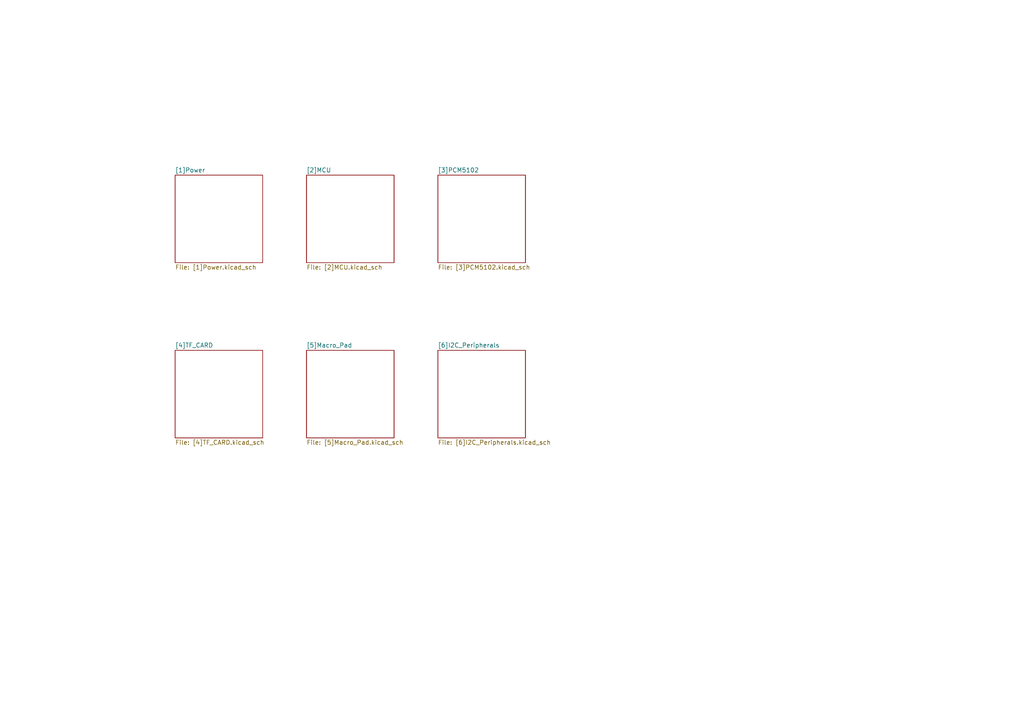
<source format=kicad_sch>
(kicad_sch
	(version 20250114)
	(generator "eeschema")
	(generator_version "9.0")
	(uuid "883c739e-d2a5-4bc8-a050-29a6043b4072")
	(paper "A4")
	(lib_symbols)
	(sheet
		(at 50.8 50.8)
		(size 25.4 25.4)
		(exclude_from_sim no)
		(in_bom yes)
		(on_board yes)
		(dnp no)
		(fields_autoplaced yes)
		(stroke
			(width 0.1524)
			(type solid)
		)
		(fill
			(color 0 0 0 0.0000)
		)
		(uuid "1577bc80-f712-4867-9ef7-56f611800069")
		(property "Sheetname" "[1]Power"
			(at 50.8 50.0884 0)
			(effects
				(font
					(size 1.27 1.27)
				)
				(justify left bottom)
			)
		)
		(property "Sheetfile" "[1]Power.kicad_sch"
			(at 50.8 76.7846 0)
			(effects
				(font
					(size 1.27 1.27)
				)
				(justify left top)
			)
		)
		(instances
			(project "rpi_pico_media_board"
				(path "/883c739e-d2a5-4bc8-a050-29a6043b4072"
					(page "2")
				)
			)
		)
	)
	(sheet
		(at 127 50.8)
		(size 25.4 25.4)
		(exclude_from_sim no)
		(in_bom yes)
		(on_board yes)
		(dnp no)
		(fields_autoplaced yes)
		(stroke
			(width 0.1524)
			(type solid)
		)
		(fill
			(color 0 0 0 0.0000)
		)
		(uuid "373bacf3-831c-41f0-9f95-7ac0a975261a")
		(property "Sheetname" "[3]PCM5102"
			(at 127 50.0884 0)
			(effects
				(font
					(size 1.27 1.27)
				)
				(justify left bottom)
			)
		)
		(property "Sheetfile" "[3]PCM5102.kicad_sch"
			(at 127 76.7846 0)
			(effects
				(font
					(size 1.27 1.27)
				)
				(justify left top)
			)
		)
		(instances
			(project "rpi_pico_media_board"
				(path "/883c739e-d2a5-4bc8-a050-29a6043b4072"
					(page "4")
				)
			)
		)
	)
	(sheet
		(at 127 101.6)
		(size 25.4 25.4)
		(exclude_from_sim no)
		(in_bom yes)
		(on_board yes)
		(dnp no)
		(fields_autoplaced yes)
		(stroke
			(width 0.1524)
			(type solid)
		)
		(fill
			(color 0 0 0 0.0000)
		)
		(uuid "475bb6c4-6e20-4219-b5f0-3b0e927f6712")
		(property "Sheetname" "[6]I2C_Peripherals"
			(at 127 100.8884 0)
			(effects
				(font
					(size 1.27 1.27)
				)
				(justify left bottom)
			)
		)
		(property "Sheetfile" "[6]I2C_Peripherals.kicad_sch"
			(at 127 127.5846 0)
			(effects
				(font
					(size 1.27 1.27)
				)
				(justify left top)
			)
		)
		(instances
			(project "rpi_pico_media_board"
				(path "/883c739e-d2a5-4bc8-a050-29a6043b4072"
					(page "7")
				)
			)
		)
	)
	(sheet
		(at 50.8 101.6)
		(size 25.4 25.4)
		(exclude_from_sim no)
		(in_bom yes)
		(on_board yes)
		(dnp no)
		(fields_autoplaced yes)
		(stroke
			(width 0.1524)
			(type solid)
		)
		(fill
			(color 0 0 0 0.0000)
		)
		(uuid "900388d4-7c2a-4794-9944-89b7c592f5cc")
		(property "Sheetname" "[4]TF_CARD"
			(at 50.8 100.8884 0)
			(effects
				(font
					(size 1.27 1.27)
				)
				(justify left bottom)
			)
		)
		(property "Sheetfile" "[4]TF_CARD.kicad_sch"
			(at 50.8 127.5846 0)
			(effects
				(font
					(size 1.27 1.27)
				)
				(justify left top)
			)
		)
		(instances
			(project "rpi_pico_media_board"
				(path "/883c739e-d2a5-4bc8-a050-29a6043b4072"
					(page "5")
				)
			)
		)
	)
	(sheet
		(at 88.9 50.8)
		(size 25.4 25.4)
		(exclude_from_sim no)
		(in_bom yes)
		(on_board yes)
		(dnp no)
		(fields_autoplaced yes)
		(stroke
			(width 0.1524)
			(type solid)
		)
		(fill
			(color 0 0 0 0.0000)
		)
		(uuid "c11951ca-d234-4f4a-995a-10451a30b94e")
		(property "Sheetname" "[2]MCU"
			(at 88.9 50.0884 0)
			(effects
				(font
					(size 1.27 1.27)
				)
				(justify left bottom)
			)
		)
		(property "Sheetfile" "[2]MCU.kicad_sch"
			(at 88.9 76.7846 0)
			(effects
				(font
					(size 1.27 1.27)
				)
				(justify left top)
			)
		)
		(instances
			(project "rpi_pico_media_board"
				(path "/883c739e-d2a5-4bc8-a050-29a6043b4072"
					(page "3")
				)
			)
		)
	)
	(sheet
		(at 88.9 101.6)
		(size 25.4 25.4)
		(exclude_from_sim no)
		(in_bom yes)
		(on_board yes)
		(dnp no)
		(fields_autoplaced yes)
		(stroke
			(width 0.1524)
			(type solid)
		)
		(fill
			(color 0 0 0 0.0000)
		)
		(uuid "f798aac7-9790-40a6-b797-618436fbb00c")
		(property "Sheetname" "[5]Macro_Pad"
			(at 88.9 100.8884 0)
			(effects
				(font
					(size 1.27 1.27)
				)
				(justify left bottom)
			)
		)
		(property "Sheetfile" "[5]Macro_Pad.kicad_sch"
			(at 88.9 127.5846 0)
			(effects
				(font
					(size 1.27 1.27)
				)
				(justify left top)
			)
		)
		(instances
			(project "rpi_pico_media_board"
				(path "/883c739e-d2a5-4bc8-a050-29a6043b4072"
					(page "6")
				)
			)
		)
	)
	(sheet_instances
		(path "/"
			(page "1")
		)
	)
	(embedded_fonts no)
)

</source>
